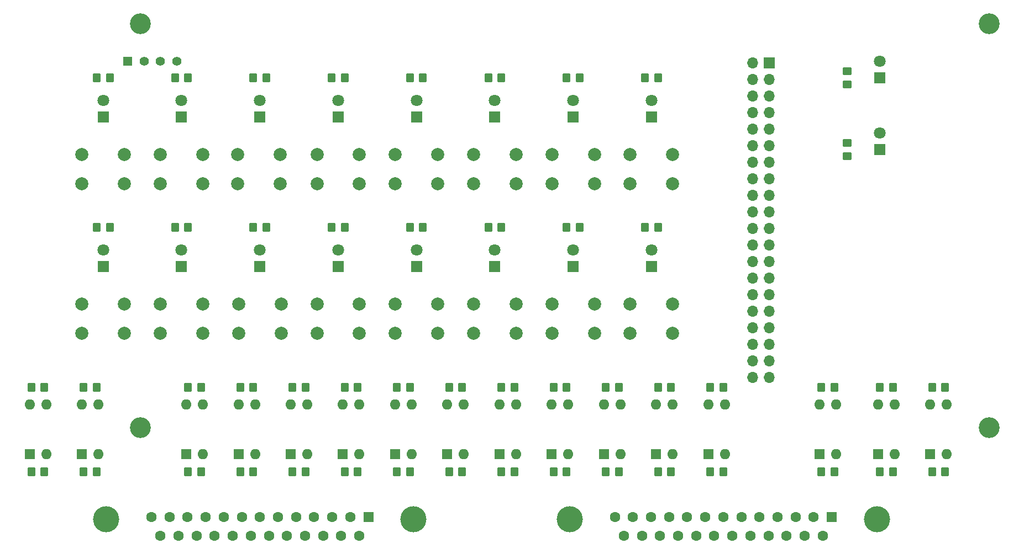
<source format=gbr>
G04 #@! TF.GenerationSoftware,KiCad,Pcbnew,(6.0.7)*
G04 #@! TF.CreationDate,2022-11-25T21:32:16+05:30*
G04 #@! TF.ProjectId,GPI-Tally-Interface-Board,4750492d-5461-46c6-9c79-2d496e746572,rev?*
G04 #@! TF.SameCoordinates,Original*
G04 #@! TF.FileFunction,Soldermask,Top*
G04 #@! TF.FilePolarity,Negative*
%FSLAX46Y46*%
G04 Gerber Fmt 4.6, Leading zero omitted, Abs format (unit mm)*
G04 Created by KiCad (PCBNEW (6.0.7)) date 2022-11-25 21:32:16*
%MOMM*%
%LPD*%
G01*
G04 APERTURE LIST*
G04 Aperture macros list*
%AMRoundRect*
0 Rectangle with rounded corners*
0 $1 Rounding radius*
0 $2 $3 $4 $5 $6 $7 $8 $9 X,Y pos of 4 corners*
0 Add a 4 corners polygon primitive as box body*
4,1,4,$2,$3,$4,$5,$6,$7,$8,$9,$2,$3,0*
0 Add four circle primitives for the rounded corners*
1,1,$1+$1,$2,$3*
1,1,$1+$1,$4,$5*
1,1,$1+$1,$6,$7*
1,1,$1+$1,$8,$9*
0 Add four rect primitives between the rounded corners*
20,1,$1+$1,$2,$3,$4,$5,0*
20,1,$1+$1,$4,$5,$6,$7,0*
20,1,$1+$1,$6,$7,$8,$9,0*
20,1,$1+$1,$8,$9,$2,$3,0*%
G04 Aperture macros list end*
%ADD10RoundRect,0.250000X-0.350000X-0.450000X0.350000X-0.450000X0.350000X0.450000X-0.350000X0.450000X0*%
%ADD11C,2.000000*%
%ADD12R,1.600000X1.600000*%
%ADD13O,1.600000X1.600000*%
%ADD14C,4.000000*%
%ADD15C,1.600000*%
%ADD16RoundRect,0.250000X0.350000X0.450000X-0.350000X0.450000X-0.350000X-0.450000X0.350000X-0.450000X0*%
%ADD17R,1.800000X1.800000*%
%ADD18C,1.800000*%
%ADD19C,3.200000*%
%ADD20RoundRect,0.250000X-0.450000X0.350000X-0.450000X-0.350000X0.450000X-0.350000X0.450000X0.350000X0*%
%ADD21RoundRect,0.250000X0.450000X-0.350000X0.450000X0.350000X-0.450000X0.350000X-0.450000X-0.350000X0*%
%ADD22R,1.700000X1.700000*%
%ADD23O,1.700000X1.700000*%
%ADD24R,1.408000X1.408000*%
%ADD25C,1.408000*%
G04 APERTURE END LIST*
D10*
X112000000Y-87000000D03*
X114000000Y-87000000D03*
D11*
X133750000Y-98750000D03*
X140250000Y-98750000D03*
X133750000Y-103250000D03*
X140250000Y-103250000D03*
D12*
X203725000Y-121800000D03*
D13*
X206265000Y-121800000D03*
X206265000Y-114180000D03*
X203725000Y-114180000D03*
D12*
X73725000Y-121800000D03*
D13*
X76265000Y-121800000D03*
X76265000Y-114180000D03*
X73725000Y-114180000D03*
D12*
X65725000Y-121800000D03*
D13*
X68265000Y-121800000D03*
X68265000Y-114180000D03*
X65725000Y-114180000D03*
D10*
X76000000Y-64000000D03*
X78000000Y-64000000D03*
D14*
X124555000Y-131719669D03*
X77455000Y-131719669D03*
D12*
X117625000Y-131419669D03*
D15*
X114855000Y-131419669D03*
X112085000Y-131419669D03*
X109315000Y-131419669D03*
X106545000Y-131419669D03*
X103775000Y-131419669D03*
X101005000Y-131419669D03*
X98235000Y-131419669D03*
X95465000Y-131419669D03*
X92695000Y-131419669D03*
X89925000Y-131419669D03*
X87155000Y-131419669D03*
X84385000Y-131419669D03*
X116240000Y-134259669D03*
X113470000Y-134259669D03*
X110700000Y-134259669D03*
X107930000Y-134259669D03*
X105160000Y-134259669D03*
X102390000Y-134259669D03*
X99620000Y-134259669D03*
X96850000Y-134259669D03*
X94080000Y-134259669D03*
X91310000Y-134259669D03*
X88540000Y-134259669D03*
X85770000Y-134259669D03*
D16*
X108000000Y-124500000D03*
X106000000Y-124500000D03*
D12*
X137725000Y-121800000D03*
D13*
X140265000Y-121800000D03*
X140265000Y-114180000D03*
X137725000Y-114180000D03*
D11*
X121750000Y-98750000D03*
X128250000Y-98750000D03*
X128250000Y-103250000D03*
X121750000Y-103250000D03*
D17*
X161000000Y-93000000D03*
D18*
X161000000Y-90460000D03*
D10*
X106000000Y-111500000D03*
X108000000Y-111500000D03*
D11*
X157750000Y-98750000D03*
X164250000Y-98750000D03*
X164250000Y-103250000D03*
X157750000Y-103250000D03*
D17*
X101000000Y-70000000D03*
D18*
X101000000Y-67460000D03*
D10*
X162000000Y-111500000D03*
X164000000Y-111500000D03*
D12*
X89725000Y-121800000D03*
D13*
X92265000Y-121800000D03*
X92265000Y-114180000D03*
X89725000Y-114180000D03*
D17*
X113000000Y-93000000D03*
D18*
X113000000Y-90460000D03*
D11*
X116250000Y-98750000D03*
X109750000Y-98750000D03*
X109750000Y-103250000D03*
X116250000Y-103250000D03*
D17*
X196000000Y-75000000D03*
D18*
X196000000Y-72460000D03*
D10*
X187000000Y-111500000D03*
X189000000Y-111500000D03*
D16*
X164000000Y-124500000D03*
X162000000Y-124500000D03*
X124000000Y-124500000D03*
X122000000Y-124500000D03*
D17*
X113000000Y-70000000D03*
D18*
X113000000Y-67460000D03*
D11*
X145750000Y-98750000D03*
X152250000Y-98750000D03*
X145750000Y-103250000D03*
X152250000Y-103250000D03*
D16*
X189000000Y-124500000D03*
X187000000Y-124500000D03*
D10*
X114000000Y-111500000D03*
X116000000Y-111500000D03*
D19*
X82725000Y-55700000D03*
D16*
X140000000Y-124500000D03*
X138000000Y-124500000D03*
D17*
X125000000Y-93000000D03*
D18*
X125000000Y-90460000D03*
D10*
X88000000Y-87000000D03*
X90000000Y-87000000D03*
D11*
X97610000Y-75750000D03*
X104110000Y-75750000D03*
X104110000Y-80250000D03*
X97610000Y-80250000D03*
D10*
X154000000Y-111500000D03*
X156000000Y-111500000D03*
D12*
X153725000Y-121800000D03*
D13*
X156265000Y-121800000D03*
X156265000Y-114180000D03*
X153725000Y-114180000D03*
D10*
X100000000Y-87000000D03*
X102000000Y-87000000D03*
X74000000Y-111500000D03*
X76000000Y-111500000D03*
D12*
X121725000Y-121800000D03*
D13*
X124265000Y-121800000D03*
X124265000Y-114180000D03*
X121725000Y-114180000D03*
D10*
X90000000Y-111500000D03*
X92000000Y-111500000D03*
X112000000Y-64000000D03*
X114000000Y-64000000D03*
D11*
X92250000Y-98750000D03*
X85750000Y-98750000D03*
X92250000Y-103250000D03*
X85750000Y-103250000D03*
D17*
X89000000Y-93000000D03*
D18*
X89000000Y-90460000D03*
D16*
X68000000Y-124500000D03*
X66000000Y-124500000D03*
D20*
X191000000Y-74000000D03*
X191000000Y-76000000D03*
D17*
X137000000Y-93000000D03*
D18*
X137000000Y-90460000D03*
D10*
X204000000Y-111500000D03*
X206000000Y-111500000D03*
X160000000Y-87000000D03*
X162000000Y-87000000D03*
D19*
X212725000Y-117700000D03*
D12*
X105725000Y-121800000D03*
D13*
X108265000Y-121800000D03*
X108265000Y-114180000D03*
X105725000Y-114180000D03*
D16*
X116000000Y-124500000D03*
X114000000Y-124500000D03*
D11*
X109750000Y-75750000D03*
X116250000Y-75750000D03*
X116250000Y-80250000D03*
X109750000Y-80250000D03*
D17*
X196000000Y-64000000D03*
D18*
X196000000Y-61460000D03*
D19*
X82725000Y-117700000D03*
D12*
X186725000Y-121800000D03*
D13*
X189265000Y-121800000D03*
X189265000Y-114180000D03*
X186725000Y-114180000D03*
D17*
X77000000Y-70000000D03*
D18*
X77000000Y-67460000D03*
D19*
X212725000Y-55700000D03*
D11*
X140250000Y-75750000D03*
X133750000Y-75750000D03*
X133750000Y-80250000D03*
X140250000Y-80250000D03*
D10*
X146000000Y-111500000D03*
X148000000Y-111500000D03*
X100000000Y-64000000D03*
X102000000Y-64000000D03*
D11*
X157750000Y-75750000D03*
X164250000Y-75750000D03*
X157750000Y-80250000D03*
X164250000Y-80250000D03*
X85750000Y-75750000D03*
X92250000Y-75750000D03*
X92250000Y-80250000D03*
X85750000Y-80250000D03*
D10*
X148000000Y-64000000D03*
X150000000Y-64000000D03*
X196000000Y-111500000D03*
X198000000Y-111500000D03*
D21*
X191000000Y-65000000D03*
X191000000Y-63000000D03*
D10*
X124000000Y-87000000D03*
X126000000Y-87000000D03*
X136000000Y-87000000D03*
X138000000Y-87000000D03*
X170000000Y-111500000D03*
X172000000Y-111500000D03*
D12*
X169725000Y-121800000D03*
D13*
X172265000Y-121800000D03*
X172265000Y-114180000D03*
X169725000Y-114180000D03*
D10*
X124000000Y-64000000D03*
X126000000Y-64000000D03*
D16*
X206000000Y-124500000D03*
X204000000Y-124500000D03*
D10*
X122000000Y-111500000D03*
X124000000Y-111500000D03*
D17*
X137000000Y-70000000D03*
D18*
X137000000Y-67460000D03*
D10*
X88000000Y-64000000D03*
X90000000Y-64000000D03*
D11*
X152250000Y-75750000D03*
X145750000Y-75750000D03*
X152250000Y-80250000D03*
X145750000Y-80250000D03*
X73750000Y-75750000D03*
X80250000Y-75750000D03*
X73750000Y-80250000D03*
X80250000Y-80250000D03*
D10*
X66000000Y-111500000D03*
X68000000Y-111500000D03*
D16*
X132000000Y-124500000D03*
X130000000Y-124500000D03*
D10*
X98000000Y-111500000D03*
X100000000Y-111500000D03*
D16*
X92000000Y-124500000D03*
X90000000Y-124500000D03*
D12*
X161725000Y-121800000D03*
D13*
X164265000Y-121800000D03*
X164265000Y-114180000D03*
X161725000Y-114180000D03*
D10*
X160000000Y-64000000D03*
X162000000Y-64000000D03*
D16*
X172000000Y-124500000D03*
X170000000Y-124500000D03*
D17*
X77000000Y-93000000D03*
D18*
X77000000Y-90460000D03*
D16*
X76000000Y-124500000D03*
X74000000Y-124500000D03*
X198000000Y-124500000D03*
X196000000Y-124500000D03*
D10*
X138000000Y-111500000D03*
X140000000Y-111500000D03*
D16*
X148000000Y-124500000D03*
X146000000Y-124500000D03*
D17*
X89000000Y-70000000D03*
D18*
X89000000Y-67460000D03*
D11*
X104250000Y-98750000D03*
X97750000Y-98750000D03*
X104250000Y-103250000D03*
X97750000Y-103250000D03*
D16*
X156000000Y-124500000D03*
X154000000Y-124500000D03*
D11*
X80250000Y-98750000D03*
X73750000Y-98750000D03*
X73750000Y-103250000D03*
X80250000Y-103250000D03*
D10*
X148000000Y-87000000D03*
X150000000Y-87000000D03*
D12*
X113725000Y-121800000D03*
D13*
X116265000Y-121800000D03*
X116265000Y-114180000D03*
X113725000Y-114180000D03*
D12*
X129725000Y-121800000D03*
D13*
X132265000Y-121800000D03*
X132265000Y-114180000D03*
X129725000Y-114180000D03*
D17*
X161000000Y-70000000D03*
D18*
X161000000Y-67460000D03*
D17*
X149000000Y-93000000D03*
D18*
X149000000Y-90460000D03*
D16*
X100000000Y-124500000D03*
X98000000Y-124500000D03*
D17*
X101000000Y-93000000D03*
D18*
X101000000Y-90460000D03*
D12*
X195725000Y-121800000D03*
D13*
X198265000Y-121800000D03*
X198265000Y-114180000D03*
X195725000Y-114180000D03*
D10*
X136000000Y-64000000D03*
X138000000Y-64000000D03*
D11*
X128250000Y-75750000D03*
X121750000Y-75750000D03*
X121750000Y-80250000D03*
X128250000Y-80250000D03*
D12*
X97725000Y-121800000D03*
D13*
X100265000Y-121800000D03*
X100265000Y-114180000D03*
X97725000Y-114180000D03*
D12*
X145725000Y-121800000D03*
D13*
X148265000Y-121800000D03*
X148265000Y-114180000D03*
X145725000Y-114180000D03*
D17*
X125000000Y-70000000D03*
D18*
X125000000Y-67460000D03*
D10*
X76000000Y-87000000D03*
X78000000Y-87000000D03*
D17*
X149000000Y-70000000D03*
D18*
X149000000Y-67460000D03*
D10*
X130000000Y-111500000D03*
X132000000Y-111500000D03*
D14*
X148455000Y-131719669D03*
X195555000Y-131719669D03*
D12*
X188625000Y-131419669D03*
D15*
X185855000Y-131419669D03*
X183085000Y-131419669D03*
X180315000Y-131419669D03*
X177545000Y-131419669D03*
X174775000Y-131419669D03*
X172005000Y-131419669D03*
X169235000Y-131419669D03*
X166465000Y-131419669D03*
X163695000Y-131419669D03*
X160925000Y-131419669D03*
X158155000Y-131419669D03*
X155385000Y-131419669D03*
X187240000Y-134259669D03*
X184470000Y-134259669D03*
X181700000Y-134259669D03*
X178930000Y-134259669D03*
X176160000Y-134259669D03*
X173390000Y-134259669D03*
X170620000Y-134259669D03*
X167850000Y-134259669D03*
X165080000Y-134259669D03*
X162310000Y-134259669D03*
X159540000Y-134259669D03*
X156770000Y-134259669D03*
D22*
X179025000Y-61700000D03*
D23*
X176485000Y-61700000D03*
X179025000Y-64240000D03*
X176485000Y-64240000D03*
X179025000Y-66780000D03*
X176485000Y-66780000D03*
X179025000Y-69320000D03*
X176485000Y-69320000D03*
X179025000Y-71860000D03*
X176485000Y-71860000D03*
X179025000Y-74400000D03*
X176485000Y-74400000D03*
X179025000Y-76940000D03*
X176485000Y-76940000D03*
X179025000Y-79480000D03*
X176485000Y-79480000D03*
X179025000Y-82020000D03*
X176485000Y-82020000D03*
X179025000Y-84560000D03*
X176485000Y-84560000D03*
X179025000Y-87100000D03*
X176485000Y-87100000D03*
X179025000Y-89640000D03*
X176485000Y-89640000D03*
X179025000Y-92180000D03*
X176485000Y-92180000D03*
X179025000Y-94720000D03*
X176485000Y-94720000D03*
X179025000Y-97260000D03*
X176485000Y-97260000D03*
X179025000Y-99800000D03*
X176485000Y-99800000D03*
X179025000Y-102340000D03*
X176485000Y-102340000D03*
X179025000Y-104880000D03*
X176485000Y-104880000D03*
X179025000Y-107420000D03*
X176485000Y-107420000D03*
X179025000Y-109960000D03*
X176485000Y-109960000D03*
D24*
X80775000Y-61450000D03*
D25*
X83275000Y-61450000D03*
X85775000Y-61450000D03*
X88275000Y-61450000D03*
M02*

</source>
